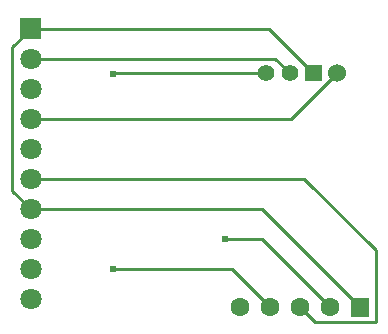
<source format=gtl>
G04 Layer: TopLayer*
G04 EasyEDA Pro v1.7.24, 2022-06-27 15:35:26*
G04 Gerber Generator version 0.3*
G04 Scale: 100 percent, Rotated: No, Reflected: No*
G04 Dimensions in millimeters*
G04 Leading zeros omitted, absolute positions, 3 integers and 3 decimals*
%FSLAX33Y33*%
%MOMM*%
%ADD10C,1.799996*%
%ADD11C,1.524*%
%ADD12C,1.399997*%
%ADD13C,1.6002*%
%ADD14C,0.610001*%
%ADD15C,0.254*%
G75*


G04 Pad Start*
G54D10*
G01X12745Y-30273D03*
G01X12745Y-27733D03*
G01X12745Y-25193D03*
G01X12745Y-22653D03*
G01X12745Y-20113D03*
G01X12745Y-17573D03*
G01X12745Y-15033D03*
G01X12745Y-12493D03*
G01X12745Y-9953D03*
G36*
G01X11845Y-8313D02*
G01X13645Y-8313D01*
G01Y-6513D01*
G01X11845D01*
G01Y-8313D01*
G37*
G54D11*
G01X38687Y-11176D03*
G36*
G01X37387Y-11876D02*
G01X37387Y-10476D01*
G01X35987D01*
G01Y-11876D01*
G01X37387D01*
G37*
G54D12*
G01X34687Y-11176D03*
G01X32687Y-11176D03*
G54D13*
G01X35560Y-30988D03*
G01X38100Y-30988D03*
G36*
G01X39840Y-30188D02*
G01X39840Y-31788D01*
G01X41440D01*
G01Y-30188D01*
G01X39840D01*
G37*
G01X30480Y-30988D03*
G01X33020Y-30988D03*
G04 Pad End*

G04 Via Start*
G54D14*
G01X19719Y-27763D03*
G01X19730Y-11223D03*
G01X29201Y-25208D03*
G04 Via End*

G04 Track Start*
G54D15*
G01X12745Y-22653D02*
G01X11215Y-21122D01*
G01Y-8944D01*
G01X12745Y-7413D01*
G01X32924D01*
G01X36687Y-11176D01*
G01X12745Y-22653D02*
G01X32305Y-22653D01*
G01X40640Y-30988D01*
G01X12745Y-20113D02*
G01X35907Y-20113D01*
G01X41982Y-26188D01*
G01Y-32264D01*
G01X36836D01*
G01X35560Y-30988D01*
G01X19719Y-27763D02*
G01X29795Y-27763D01*
G01X33020Y-30988D01*
G01X12745Y-15033D02*
G01X34830Y-15033D01*
G01X38687Y-11176D01*
G01X19730Y-11223D02*
G01X19777Y-11176D01*
G01X32687D01*
G01X12745Y-9953D02*
G01X33464Y-9953D01*
G01X34687Y-11176D01*
G01X29201Y-25208D02*
G01X32320Y-25208D01*
G01X38100Y-30988D01*
G04 Track End*

M02*

</source>
